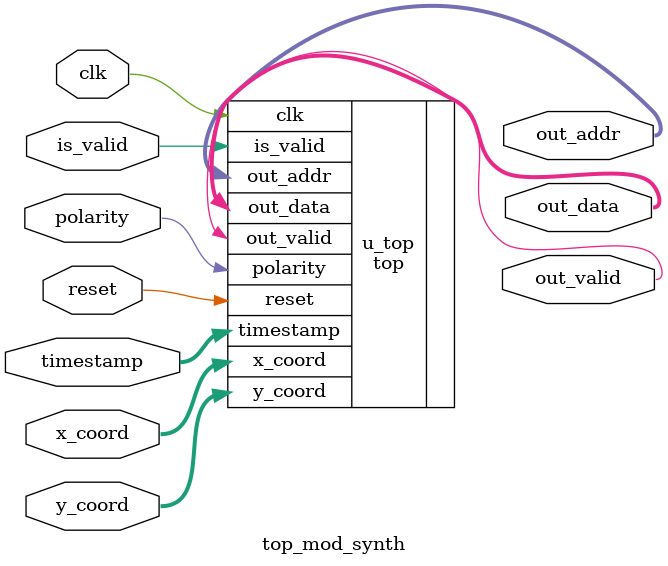
<source format=v>
module top_mod_synth #(
    // Sensor resolution [for this demo - 128x128]
    parameter MAX_X_COORD    = 128,
    parameter MAX_Y_COORD    = 128,

    // Timestamp and coordinate values precision
    parameter INPUT_BIT_TIME = 32,
    parameter INPUT_BIT_X    = 8,
    parameter INPUT_BIT_Y    = 8
)( 
    input                         clk,          // System clock (200MHz)
    input                         reset,        // System reset
    input  [INPUT_BIT_TIME-1: 0]  timestamp,    // Input events timestamp
    input  [INPUT_BIT_X-1 : 0]    x_coord,      // Input events x coordinate
    input  [INPUT_BIT_Y-1 : 0]    y_coord,      // Input events x coordinate
    input                         polarity,     // Input events polarity
    input                         is_valid,     // The is_valid flag for input events

    output [5 : 0]  out_addr,     // Output feature map element address
    output [7 : 0]                out_data,          // Output feature map element data
    output                        out_valid     // The is_valid flag for output feature map
);

    top #(
        .MAX_X_COORD ( MAX_X_COORD ),
        .MAX_Y_COORD ( MAX_Y_COORD )
    ) u_top (
        .clk        ( clk         ),
        .reset      ( reset       ),
        .timestamp  ( timestamp   ),
        .x_coord    ( x_coord     ),
        .y_coord    ( y_coord     ),
        .polarity   ( polarity    ),
        .is_valid   ( is_valid    ),
        .out_addr   ( out_addr    ),
        .out_data   ( out_data    ),
        .out_valid  ( out_valid   )
    );

endmodule

</source>
